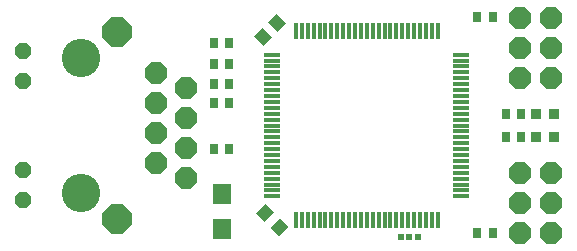
<source format=gbr>
G04 EAGLE Gerber X2 export*
G75*
%MOMM*%
%FSLAX34Y34*%
%LPD*%
%AMOC8*
5,1,8,0,0,1.08239X$1,22.5*%
G01*
%ADD10P,2.058273X8X292.500000*%
%ADD11C,3.251600*%
%ADD12P,2.707707X8X292.500000*%
%ADD13P,1.525737X8X292.500000*%
%ADD14R,0.660400X0.863600*%
%ADD15R,0.990600X1.117600*%
%ADD16P,2.034460X8X202.500000*%
%ADD17R,0.901600X0.901600*%
%ADD18R,1.351600X0.401600*%
%ADD19R,0.401600X1.351600*%
%ADD20R,1.501600X1.701600*%
%ADD21R,0.601600X0.601600*%


D10*
X196600Y60550D03*
X171200Y73250D03*
X196600Y85950D03*
X196600Y111350D03*
X196600Y136750D03*
X171200Y98650D03*
X171200Y124050D03*
X171200Y149450D03*
D11*
X107700Y162150D03*
X107700Y47850D03*
D12*
X138200Y184000D03*
X138200Y26000D03*
D13*
X58700Y168250D03*
X58700Y142850D03*
X58700Y67150D03*
X58700Y41750D03*
D14*
X233500Y85500D03*
X220500Y85500D03*
X233500Y124000D03*
X220500Y124000D03*
X233500Y140500D03*
X220500Y140500D03*
X233500Y157000D03*
X220500Y157000D03*
D15*
G36*
X263541Y23557D02*
X256537Y30561D01*
X264439Y38463D01*
X271443Y31459D01*
X263541Y23557D01*
G37*
G36*
X275561Y11537D02*
X268557Y18541D01*
X276459Y26443D01*
X283463Y19439D01*
X275561Y11537D01*
G37*
G36*
X266557Y192459D02*
X273561Y199463D01*
X281463Y191561D01*
X274459Y184557D01*
X266557Y192459D01*
G37*
G36*
X254537Y180439D02*
X261541Y187443D01*
X269443Y179541D01*
X262439Y172537D01*
X254537Y180439D01*
G37*
D16*
X506000Y145000D03*
X506000Y170400D03*
X506000Y195800D03*
X480000Y145000D03*
X480000Y170400D03*
X480000Y195800D03*
X506000Y14000D03*
X506000Y39400D03*
X506000Y64800D03*
X480000Y14000D03*
X480000Y39400D03*
X480000Y64800D03*
D17*
X508500Y115000D03*
X493500Y115000D03*
X508500Y95000D03*
X493500Y95000D03*
D18*
X430000Y45000D03*
X430000Y50000D03*
X430000Y55000D03*
X430000Y60000D03*
X430000Y65000D03*
X430000Y70000D03*
X430000Y75000D03*
X430000Y80000D03*
X430000Y85000D03*
X430000Y90000D03*
X430000Y95000D03*
X430000Y100000D03*
X430000Y105000D03*
X430000Y110000D03*
X430000Y115000D03*
X430000Y120000D03*
X430000Y125000D03*
X430000Y130000D03*
X430000Y135000D03*
X430000Y140000D03*
X430000Y145000D03*
X430000Y150000D03*
X430000Y155000D03*
X430000Y160000D03*
X430000Y165000D03*
D19*
X410000Y185000D03*
X405000Y185000D03*
X400000Y185000D03*
X395000Y185000D03*
X390000Y185000D03*
X385000Y185000D03*
X380000Y185000D03*
X375000Y185000D03*
X370000Y185000D03*
X365000Y185000D03*
X360000Y185000D03*
X355000Y185000D03*
X350000Y185000D03*
X345000Y185000D03*
X340000Y185000D03*
X335000Y185000D03*
X330000Y185000D03*
X325000Y185000D03*
X320000Y185000D03*
X315000Y185000D03*
X310000Y185000D03*
X305000Y185000D03*
X300000Y185000D03*
X295000Y185000D03*
X290000Y185000D03*
D18*
X270000Y165000D03*
X270000Y160000D03*
X270000Y155000D03*
X270000Y150000D03*
X270000Y145000D03*
X270000Y140000D03*
X270000Y135000D03*
X270000Y130000D03*
X270000Y125000D03*
X270000Y120000D03*
X270000Y115000D03*
X270000Y110000D03*
X270000Y105000D03*
X270000Y100000D03*
X270000Y95000D03*
X270000Y90000D03*
X270000Y85000D03*
X270000Y80000D03*
X270000Y75000D03*
X270000Y70000D03*
X270000Y65000D03*
X270000Y60000D03*
X270000Y55000D03*
X270000Y50000D03*
X270000Y45000D03*
D19*
X290000Y25000D03*
X295000Y25000D03*
X300000Y25000D03*
X305000Y25000D03*
X310000Y25000D03*
X315000Y25000D03*
X320000Y25000D03*
X325000Y25000D03*
X330000Y25000D03*
X335000Y25000D03*
X340000Y25000D03*
X345000Y25000D03*
X350000Y25000D03*
X355000Y25000D03*
X360000Y25000D03*
X365000Y25000D03*
X370000Y25000D03*
X375000Y25000D03*
X380000Y25000D03*
X385000Y25000D03*
X390000Y25000D03*
X395000Y25000D03*
X400000Y25000D03*
X405000Y25000D03*
X410000Y25000D03*
D20*
X227000Y47000D03*
X227000Y17000D03*
D14*
X467500Y115000D03*
X480500Y115000D03*
X467500Y95000D03*
X480500Y95000D03*
X443500Y14000D03*
X456500Y14000D03*
X443500Y197000D03*
X456500Y197000D03*
X233500Y175000D03*
X220500Y175000D03*
D21*
X386000Y11000D03*
X379000Y11000D03*
X393000Y11000D03*
M02*

</source>
